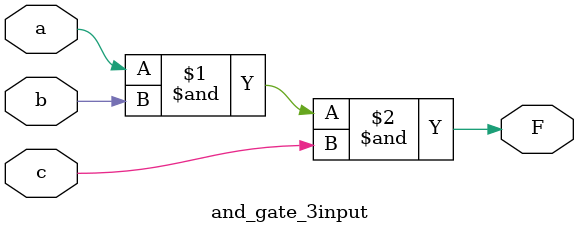
<source format=v>
module and_gate_3input (
    input a, b, c,
    output F

);

assign F = a & b & c;

endmodule
</source>
